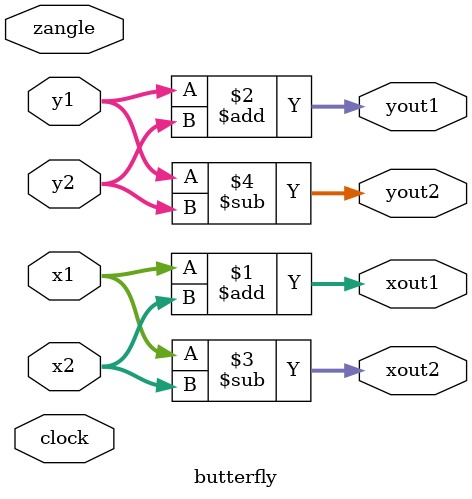
<source format=v>
`timescale 1ns / 1ps


module butterfly(
	input clock,
	input signed [15:0] x1,
	input signed [15:0] y1,
	input signed [15:0] x2,
	input signed [15:0] y2,
	input signed [31:0] zangle,
	output signed [15:0] xout1,
	output signed [15:0] yout1,
	output signed [15:0] xout2,
	output signed [15:0] yout2
        );

/*wire signed [15:0] xtemp1,xtemp2,ytemp1,ytemp2,ytemp3;
wire signed [15:0] xin1,yin1,xin2,yin2;
assign xin1 = (x1 >>> 1) + (x1 >>> 2) - (x1 >>> 3) - (x1 >>> 6); 
assign yin1 = (y1 >>> 1) + (y1 >>> 2) - (y1 >>> 3) - (y1 >>> 6); 
assign xin2 = (x2 >>> 1) + (x2 >>> 2) - (x2 >>> 3) - (x2 >>> 6); 
assign yin2 = (y2 >>> 1) + (y2 >>> 2) - (y2 >>> 3) - (y2 >>> 6); 
assign xin1=x1/1.647;
assign yin1=y1/1.647;
assign xin2=x2/1.647;
assign yin2=y2/1.647;

//CORDIC c1(clock,0,xin1,yin1,xtemp1,ytemp1);
CORDIC c2(clock,zangle,xin2,yin2,xtemp2,ytemp2);
assign ytemp3 = -ytemp2;*/

assign xout1 = x1+x2;
assign yout1 = y1+y2;

assign xout2 = x1-x2;
assign yout2 = y1-y2;

endmodule

</source>
